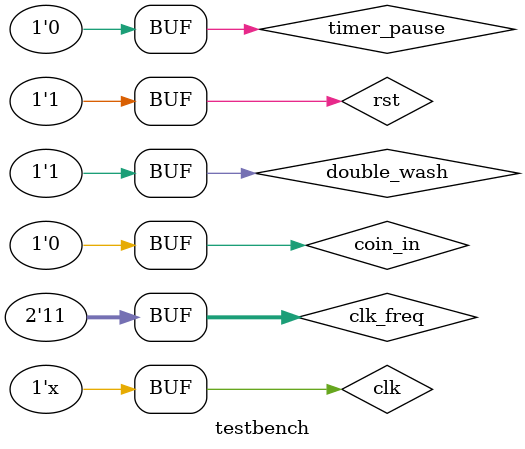
<source format=v>
`timescale 1ns / 1ps
module washing_machine(rst,clk,clk_freq,coin_in,double_wash,timer_pause,wash_done);//,stop,state,clk_used,double); // you can remove the comment lines to add the outputs  but dont forget to remove the pracket and semicolon
input rst,clk,double_wash,timer_pause,coin_in;
input [1:0] clk_freq;
output reg wash_done;reg stop; // stop the operation       // make the registers from here outputs if you want them 
 reg [2:0] state;
 reg [3:0]clk_used;  //clock generation
 reg double;
parameter idle=0,fill=1,wash=2,rinse=3,spin=4;
parameter one_mega=60000000,two_mega=120000000,four_mega=240000000,eight_mega=480000000; // number of cycles for 1 minute for each frequency
reg [31:0] counter;    // to count cycles 
reg [31:0] counter2;   // to count cycles for double wash only befor being activated
integer min,two_min,five_min;      // integer numbers to calculate the 2 mins , 5mins

initial clk_used=0;

always @(posedge clk)                    // frequency divider
clk_used[3]=~clk_used[3];
always @(posedge clk_used[3])
clk_used[2]<=~clk_used[2];
always @(posedge clk_used[2])
clk_used[1]<=~clk_used[1];
always @(posedge clk_used[1])
clk_used[0]<=~clk_used[0]; 

always @(posedge clk_used[clk_freq])begin            // the start of FSM
if (rst==0)begin                                     // calculating the number of cycles for each time period
case (clk_freq)
0:begin 
  min=one_mega; two_min=min+min; five_min=two_min+two_min+min;
  end
1:begin 
  min=two_mega; two_min=min+min; five_min=two_min+two_min+min;
  end
2:begin 
  min=four_mega; two_min=min+min; five_min=two_min+two_min+min;
  end
3:begin 
  min=eight_mega; two_min=min+min; five_min=two_min+two_min+min;
  end
endcase
state<=idle;                      // reset all the parameters
wash_done<=0;
counter<=1;
counter2<=1;
double<=0;
stop<=0;
end
else begin
case(state)
idle:begin
     if ((coin_in==0)&&(stop==0))             // counting number of cycles before coin=1
	  counter<=counter+1; 
	  if ((double_wash==0)&&(stop==0))         // counting number of cycles before double=1
	  counter2<=counter2+1;
     if((coin_in==1)&&(double_wash==0)&&(stop==0))begin        // normal operation
     state<=fill;
	  wash_done<=0;
	  counter<=1;
	  counter2<=1;
	  double<=0;
	  end
	  else if ((coin_in==1)&&(counter2<=counter)&&(double_wash==1)&&(stop==0))begin  // double wash
     state<=fill;
	  wash_done<=0;
	  counter<=1;
	  counter2<=1;
	  double<=1;
	  end
     else if((stop==1)&&(timer_pause==0)) begin     //go to finish spininng after pausing 
     state<=spin;
     wash_done<=0;
     end
	  end	  
fill:begin
     if(counter<two_min)begin       // spend 2 mins
	  state<=fill;
	  counter<=counter+1;
	  wash_done<=0;
	  end
	  else begin                // goes to wash state after finishing
	  state<=wash;
	  counter<=1;
	  end
	  end
wash:begin
     if(counter<five_min)begin           // spend 5 mins
	  state<=wash;
	  counter<=counter+1;
	  end
	  else begin                    // goes to the rinse state after finishing 
	  state<=rinse;
	  counter<=1;
	  end
	  end
rinse:begin
     if(counter<two_min)begin              // spend 2 mins
	  state<=rinse;
	  counter<=counter+1;
	  end
	  else if((double==1)&&(counter2<2))begin           // after finishing asks for if there is a double wash or not?
	  state<=wash;
	  counter<=1;
	  counter2<=counter2+1;
	  end
	  else begin              // no double wash or finish rinsing 
	  state<=spin;
	  counter<=1;
	  counter2<=1;
	  end
	  if(timer_pause==1)         // asks if the timer is paused before spinning
	  stop<=1;
	  end
spin:begin
     if(counter<min)begin             // spend 1 min
	  state<=spin;
	  counter<=counter+1;
     if((timer_pause==1)&&(stop==0))begin    // asks for timer pause
	  state<=idle;
	  wash_done<=0;
	  stop<=1;
	  end
	  end
	  else begin                 // finish spinning
	  state<=idle;
	  wash_done<=1;
	  stop<=0;
	  counter<=1;
	  double<=0;
	  end
	  end
default: state<=idle;
endcase	  
end          
end
	  
endmodule

// this testbench based on us not minutes so the full program will take 10 us instead of 10 minutes 

module testbench;
reg rst,clk,coin_in,double_wash,timer_pause;
reg [1:0] clk_freq;
wire wash_done;//,stop,double;         // remove the comment lines if you want to add the outputs
//wire [3:0]clk_used;
//wire [2:0] state;
washing_machine wm(.rst(rst),.clk(clk),.clk_freq(clk_freq),.coin_in(coin_in),.double_wash(double_wash)
,.timer_pause(timer_pause),.wash_done(wash_done));//,.stop(stop),.state(state),.clk_used(clk_used),.double(double)); // you can remove the comment lines to add the outputs  but dont forget to remove the pracket and semicolon
initial begin
clk_freq=2'b11;
clk=0;
rst=0;
end
always 
# 31.25 clk=~clk;

initial begin
# 50 rst=1;
# 50 coin_in=1;double_wash=0;timer_pause=0;
# 500 coin_in=0;
# 9000 double_wash=1;
# 800 coin_in=1;
# 2000 coin_in=0; double_wash=0;
# 15000 coin_in=1; # 200 double_wash=1; 
# 500 timer_pause=1;
# 9000 timer_pause=0;
# 500 coin_in=1;
# 16500 timer_pause=1;
# 1000 timer_pause=0; coin_in=0;
end
endmodule 
</source>
